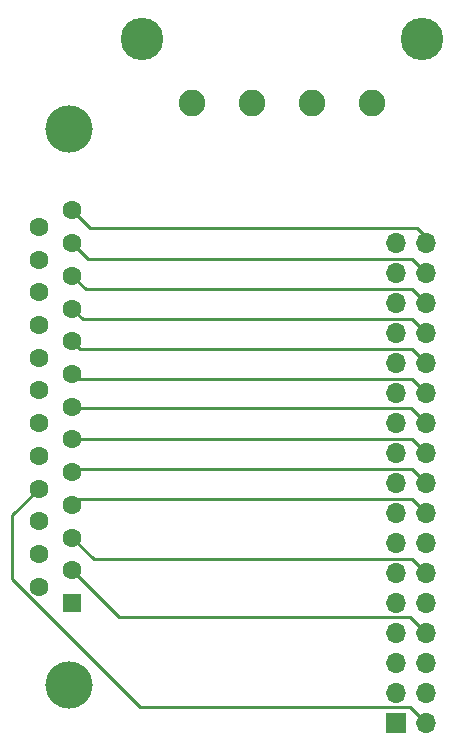
<source format=gbr>
%TF.GenerationSoftware,KiCad,Pcbnew,6.0.7-f9a2dced07~116~ubuntu20.04.1*%
%TF.CreationDate,2023-05-24T09:43:33-07:00*%
%TF.ProjectId,gw-adapters,67772d61-6461-4707-9465-72732e6b6963,rev?*%
%TF.SameCoordinates,Original*%
%TF.FileFunction,Copper,L1,Top*%
%TF.FilePolarity,Positive*%
%FSLAX46Y46*%
G04 Gerber Fmt 4.6, Leading zero omitted, Abs format (unit mm)*
G04 Created by KiCad (PCBNEW 6.0.7-f9a2dced07~116~ubuntu20.04.1) date 2023-05-24 09:43:33*
%MOMM*%
%LPD*%
G01*
G04 APERTURE LIST*
%TA.AperFunction,ComponentPad*%
%ADD10R,1.700000X1.700000*%
%TD*%
%TA.AperFunction,ComponentPad*%
%ADD11O,1.700000X1.700000*%
%TD*%
%TA.AperFunction,ComponentPad*%
%ADD12C,2.250000*%
%TD*%
%TA.AperFunction,ComponentPad*%
%ADD13C,3.600000*%
%TD*%
%TA.AperFunction,ComponentPad*%
%ADD14C,4.000000*%
%TD*%
%TA.AperFunction,ComponentPad*%
%ADD15R,1.600000X1.600000*%
%TD*%
%TA.AperFunction,ComponentPad*%
%ADD16C,1.600000*%
%TD*%
%TA.AperFunction,Conductor*%
%ADD17C,0.250000*%
%TD*%
G04 APERTURE END LIST*
D10*
%TO.P,J1,1,GND*%
%TO.N,GND*%
X159475000Y-118110000D03*
D11*
%TO.P,J1,2,Density_Select*%
%TO.N,/Density Select*%
X162015000Y-118110000D03*
%TO.P,J1,3,GND_/_Key*%
%TO.N,GND*%
X159475000Y-115570000D03*
%TO.P,J1,4,N/C*%
%TO.N,unconnected-(J1-Pad4)*%
X162015000Y-115570000D03*
%TO.P,J1,5,GND_/_Key*%
%TO.N,GND*%
X159475000Y-113030000D03*
%TO.P,J1,6,N/C*%
%TO.N,unconnected-(J1-Pad6)*%
X162015000Y-113030000D03*
%TO.P,J1,7,GND*%
%TO.N,GND*%
X159475000Y-110490000D03*
%TO.P,J1,8,Index*%
%TO.N,/Index*%
X162015000Y-110490000D03*
%TO.P,J1,9,GND*%
%TO.N,GND*%
X159475000Y-107950000D03*
%TO.P,J1,10,Motor_0*%
%TO.N,/Motor 0*%
X162015000Y-107950000D03*
%TO.P,J1,11,GND*%
%TO.N,GND*%
X159475000Y-105410000D03*
%TO.P,J1,12,Drive_Select_1*%
%TO.N,/Drive Select 1*%
X162015000Y-105410000D03*
%TO.P,J1,13,GND*%
%TO.N,GND*%
X159475000Y-102870000D03*
%TO.P,J1,14,Drive_Select_0*%
%TO.N,/Drive Select 0*%
X162015000Y-102870000D03*
%TO.P,J1,15,GND*%
%TO.N,GND*%
X159475000Y-100330000D03*
%TO.P,J1,16,Motor_1*%
%TO.N,/Motor 1*%
X162015000Y-100330000D03*
%TO.P,J1,17,GND*%
%TO.N,GND*%
X159475000Y-97790000D03*
%TO.P,J1,18,Direction*%
%TO.N,/Direction*%
X162015000Y-97790000D03*
%TO.P,J1,19,GND*%
%TO.N,GND*%
X159475000Y-95250000D03*
%TO.P,J1,20,Step*%
%TO.N,/Step*%
X162015000Y-95250000D03*
%TO.P,J1,21,GND*%
%TO.N,GND*%
X159475000Y-92710000D03*
%TO.P,J1,22,Write_Data*%
%TO.N,/Write Data*%
X162015000Y-92710000D03*
%TO.P,J1,23,GND*%
%TO.N,GND*%
X159475000Y-90170000D03*
%TO.P,J1,24,Write_Gate*%
%TO.N,/Write Gate*%
X162015000Y-90170000D03*
%TO.P,J1,25,GND*%
%TO.N,GND*%
X159475000Y-87630000D03*
%TO.P,J1,26,Track_0*%
%TO.N,/Track 0*%
X162015000Y-87630000D03*
%TO.P,J1,27,GND*%
%TO.N,GND*%
X159475000Y-85090000D03*
%TO.P,J1,28,Write_Protect*%
%TO.N,/Write Protect*%
X162015000Y-85090000D03*
%TO.P,J1,29,GND*%
%TO.N,GND*%
X159475000Y-82550000D03*
%TO.P,J1,30,Read_Data*%
%TO.N,/Read Data*%
X162015000Y-82550000D03*
%TO.P,J1,31,GND*%
%TO.N,GND*%
X159475000Y-80010000D03*
%TO.P,J1,32,Head_Select*%
%TO.N,/Head Select*%
X162015000Y-80010000D03*
%TO.P,J1,33,GND*%
%TO.N,GND*%
X159475000Y-77470000D03*
%TO.P,J1,34,Disk_Change*%
%TO.N,/Disk Change*%
X162015000Y-77470000D03*
%TD*%
D12*
%TO.P,J2,1,Pin_1*%
%TO.N,+12V*%
X157480000Y-65635000D03*
%TO.P,J2,2,Pin_2*%
%TO.N,GND*%
X152400000Y-65635000D03*
%TO.P,J2,3,Pin_3*%
X147320000Y-65635000D03*
%TO.P,J2,4,Pin_4*%
%TO.N,+5V*%
X142240000Y-65635000D03*
D13*
%TO.P,J2,MH1*%
%TO.N,N/C*%
X138010000Y-60185000D03*
%TO.P,J2,MH2*%
X161710000Y-60185000D03*
%TD*%
D14*
%TO.P,J3,0,PAD*%
%TO.N,unconnected-(J3-Pad0)*%
X131780000Y-67780000D03*
X131780000Y-114880000D03*
D15*
%TO.P,J3,1,5V*%
%TO.N,+5V*%
X132080000Y-107950000D03*
D16*
%TO.P,J3,2,Index*%
%TO.N,/Index*%
X132080000Y-105180000D03*
%TO.P,J3,3,Drive_Select_1*%
%TO.N,/Drive Select 1*%
X132080000Y-102410000D03*
%TO.P,J3,4,Motor_1*%
%TO.N,/Motor 1*%
X132080000Y-99640000D03*
%TO.P,J3,5,Direction*%
%TO.N,/Direction*%
X132080000Y-96870000D03*
%TO.P,J3,6,Step*%
%TO.N,/Step*%
X132080000Y-94100000D03*
%TO.P,J3,7,Write_Data*%
%TO.N,/Write Data*%
X132080000Y-91330000D03*
%TO.P,J3,8,Write_Gate*%
%TO.N,/Write Gate*%
X132080000Y-88560000D03*
%TO.P,J3,9,Track_0*%
%TO.N,/Track 0*%
X132080000Y-85790000D03*
%TO.P,J3,10,Write_Protect*%
%TO.N,/Write Protect*%
X132080000Y-83020000D03*
%TO.P,J3,11,Read_Data*%
%TO.N,/Read Data*%
X132080000Y-80250000D03*
%TO.P,J3,12,Head_Select*%
%TO.N,/Head Select*%
X132080000Y-77480000D03*
%TO.P,J3,13,Disk_Change*%
%TO.N,/Disk Change*%
X132080000Y-74710000D03*
%TO.P,J3,14,N/C*%
%TO.N,unconnected-(J3-Pad14)*%
X129240000Y-106565000D03*
%TO.P,J3,15,N/C*%
%TO.N,unconnected-(J3-Pad15)*%
X129240000Y-103795000D03*
%TO.P,J3,16,N/C*%
%TO.N,unconnected-(J3-Pad16)*%
X129240000Y-101025000D03*
%TO.P,J3,17,Density_Select*%
%TO.N,/Density Select*%
X129240000Y-98255000D03*
%TO.P,J3,18,GND*%
%TO.N,GND*%
X129240000Y-95485000D03*
%TO.P,J3,19,GND*%
X129240000Y-92715000D03*
%TO.P,J3,20,GND*%
X129240000Y-89945000D03*
%TO.P,J3,21,GND*%
X129240000Y-87175000D03*
%TO.P,J3,22,GND*%
X129240000Y-84405000D03*
%TO.P,J3,23,GND*%
X129240000Y-81635000D03*
%TO.P,J3,24,N/C*%
%TO.N,unconnected-(J3-Pad24)*%
X129240000Y-78865000D03*
%TO.P,J3,25,12V*%
%TO.N,+12V*%
X129240000Y-76095000D03*
%TD*%
D17*
%TO.N,/Density Select*%
X162015000Y-118110000D02*
X160649511Y-116744511D01*
X160649511Y-116744511D02*
X137829211Y-116744511D01*
X127000000Y-105915300D02*
X127000000Y-100495000D01*
X127000000Y-100495000D02*
X129240000Y-98255000D01*
X137829211Y-116744511D02*
X127000000Y-105915300D01*
%TO.N,/Index*%
X162015000Y-110490000D02*
X160649511Y-109124511D01*
X136024511Y-109124511D02*
X132080000Y-105180000D01*
X160649511Y-109124511D02*
X136024511Y-109124511D01*
%TO.N,/Drive Select 1*%
X133905489Y-104235489D02*
X132080000Y-102410000D01*
X160840489Y-104235489D02*
X133905489Y-104235489D01*
X162015000Y-105410000D02*
X160840489Y-104235489D01*
%TO.N,/Motor 1*%
X160840489Y-99155489D02*
X132564511Y-99155489D01*
X162015000Y-100330000D02*
X160840489Y-99155489D01*
X132564511Y-99155489D02*
X132080000Y-99640000D01*
%TO.N,/Direction*%
X162015000Y-97790000D02*
X160840489Y-96615489D01*
X132334511Y-96615489D02*
X132080000Y-96870000D01*
X160840489Y-96615489D02*
X132334511Y-96615489D01*
%TO.N,/Step*%
X132104511Y-94075489D02*
X132080000Y-94100000D01*
X160840489Y-94075489D02*
X132104511Y-94075489D01*
X162015000Y-95250000D02*
X160840489Y-94075489D01*
%TO.N,/Write Data*%
X160745000Y-91440000D02*
X132190000Y-91440000D01*
X162015000Y-92710000D02*
X160745000Y-91440000D01*
X132190000Y-91440000D02*
X132080000Y-91330000D01*
%TO.N,/Write Gate*%
X160840489Y-88995489D02*
X132515489Y-88995489D01*
X162015000Y-90170000D02*
X160840489Y-88995489D01*
X132515489Y-88995489D02*
X132080000Y-88560000D01*
%TO.N,/Track 0*%
X160840489Y-86455489D02*
X132745489Y-86455489D01*
X162015000Y-87630000D02*
X160840489Y-86455489D01*
X132745489Y-86455489D02*
X132080000Y-85790000D01*
%TO.N,/Write Protect*%
X132975489Y-83915489D02*
X132080000Y-83020000D01*
X162015000Y-85090000D02*
X160840489Y-83915489D01*
X160840489Y-83915489D02*
X132975489Y-83915489D01*
%TO.N,/Read Data*%
X133205489Y-81375489D02*
X132080000Y-80250000D01*
X160840489Y-81375489D02*
X133205489Y-81375489D01*
X162015000Y-82550000D02*
X160840489Y-81375489D01*
%TO.N,/Head Select*%
X160840489Y-78835489D02*
X133435489Y-78835489D01*
X162015000Y-80010000D02*
X160840489Y-78835489D01*
X133435489Y-78835489D02*
X132080000Y-77480000D01*
%TO.N,/Disk Change*%
X133570000Y-76200000D02*
X161290000Y-76200000D01*
X161290000Y-76200000D02*
X162015000Y-76925000D01*
X162015000Y-76925000D02*
X162015000Y-77470000D01*
X132080000Y-74710000D02*
X133570000Y-76200000D01*
%TD*%
M02*

</source>
